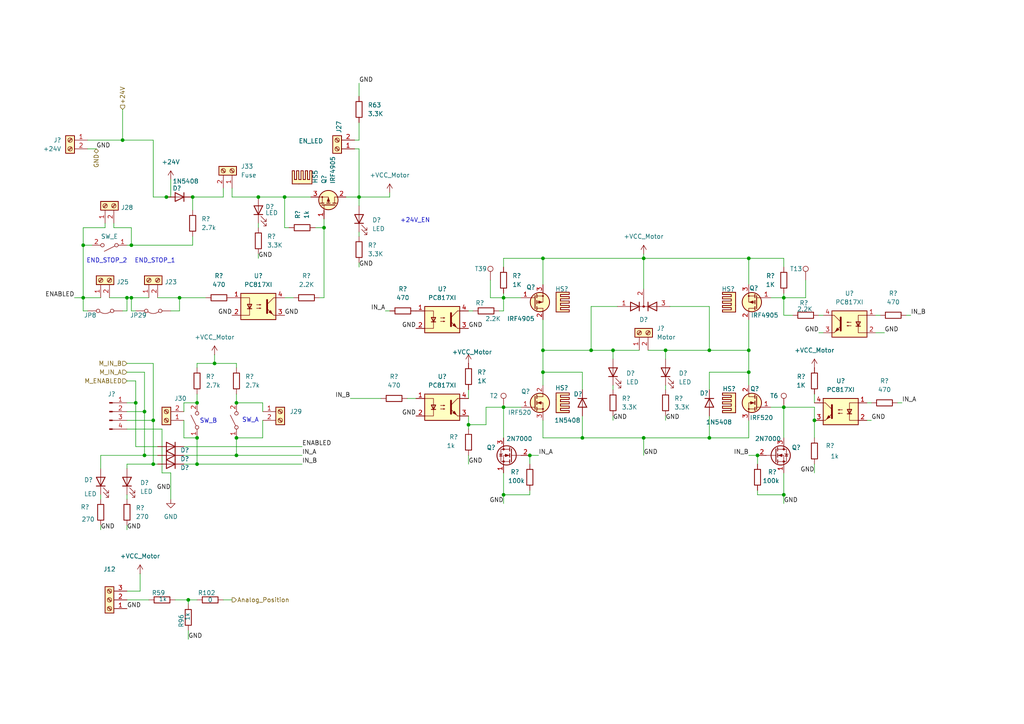
<source format=kicad_sch>
(kicad_sch (version 20231120) (generator "eeschema") (generator_version "8.0")
  (paper "A4")
  (title_block (date "2024-04-17") (rev "1.0"))
  (lib_symbols
    (symbol "+24V_1" (power) (pin_numbers hide) (pin_names (offset 0) hide)
      (property "Value" "+24V" (at 0 3.556 0))
      (symbol "+24V_1_1_1"
        (pin power_in line (at 0 0 90) (length 0) (name "~") (number "1"))
      )
    )
    (symbol "Connector:Conn_01x04_Pin" (pin_names (offset 1.016) hide)
      (property "Reference" "J" (at 0 5.08 0))
      (property "Value" "Conn_01x04_Pin" (at 0 -7.62 0))
      (symbol "Conn_01x04_Pin_1_1"
        (pin passive line (at 5.08 2.54 180) (length 3.81) (name "Pin_1") (number "1"))
        (pin passive line (at 5.08 0 180) (length 3.81) (name "Pin_2") (number "2"))
        (pin passive line (at 5.08 -2.54 180) (length 3.81) (name "Pin_3") (number "3"))
        (pin passive line (at 5.08 -5.08 180) (length 3.81) (name "Pin_4") (number "4"))
      )
    )
    (symbol "Connector:Screw_Terminal_01x02" (pin_names (offset 1.016) hide)
      (property "Reference" "J" (at 0 2.54 0))
      (property "Value" "Screw_Terminal_01x02" (at 0 -5.08 0))
      (symbol "Screw_Terminal_01x02_1_1"
        (pin passive line (at -5.08 0 0) (length 3.81) (name "Pin_1") (number "1"))
        (pin passive line (at -5.08 -2.54 0) (length 3.81) (name "Pin_2") (number "2"))
      )
    )
    (symbol "Connector:Screw_Terminal_01x03" (pin_names (offset 1.016) hide)
      (property "Reference" "J" (at 0 5.08 0))
      (property "Value" "Screw_Terminal_01x03" (at 0 -5.08 0))
      (symbol "Screw_Terminal_01x03_1_1"
        (pin passive line (at -5.08 2.54 0) (length 3.81) (name "Pin_1") (number "1"))
        (pin passive line (at -5.08 0 0) (length 3.81) (name "Pin_2") (number "2"))
        (pin passive line (at -5.08 -2.54 0) (length 3.81) (name "Pin_3") (number "3"))
      )
    )
    (symbol "Connector:TestPoint" (pin_numbers hide) (pin_names (offset 0.762) hide)
      (property "Reference" "TP" (at 0 6.858 0))
      (property "Value" "TestPoint" (at 0 5.08 0))
      (symbol "TestPoint_1_1"
        (pin passive line (at 0 0 90) (length 2.54) (name "1") (number "1"))
      )
    )
    (symbol "Device:D_Dual_CommonCathode_AAK" (pin_names (offset 0.762) hide)
      (property "Reference" "D3" (at 0 3.81 0))
      (symbol "D_Dual_CommonCathode_AAK_0_1"
        (pin passive line (at -7.62 0 0) (length 3.81) (name "A") (number "1"))
      )
      (symbol "D_Dual_CommonCathode_AAK_1_1"
        (pin passive line (at 0 -5.08 90) (length 2.54) (name "K") (number "2"))
        (pin passive line (at 7.62 0 180) (length 3.81) (name "A") (number "3"))
      )
    )
    (symbol "Device:LED" (pin_numbers hide) (pin_names (offset 1.016) hide)
      (property "Reference" "D" (at 0 2.54 0))
      (property "Value" "LED" (at 0 -2.54 0))
      (symbol "LED_1_1"
        (pin passive line (at -3.81 0 0) (length 2.54) (name "K") (number "1"))
        (pin passive line (at 3.81 0 180) (length 2.54) (name "A") (number "2"))
      )
    )
    (symbol "Diode:1N4148" (pin_numbers hide) (pin_names hide)
      (property "Reference" "D" (at 0 2.54 0))
      (property "Value" "1N4148" (at 0 -2.54 0))
      (symbol "1N4148_1_1"
        (pin passive line (at -3.81 0 0) (length 2.54) (name "K") (number "1"))
        (pin passive line (at 3.81 0 180) (length 2.54) (name "A") (number "2"))
      )
    )
    (symbol "Diode:1N5406" (pin_numbers hide) (pin_names hide)
      (property "Reference" "D" (at 0 2.54 0))
      (property "Value" "1N5406" (at 0 -2.54 0))
      (symbol "1N5406_1_1"
        (pin passive line (at -3.81 0 0) (length 2.54) (name "K") (number "1"))
        (pin passive line (at 3.81 0 180) (length 2.54) (name "A") (number "2"))
      )
    )
    (symbol "Isolator:PC817" (pin_names (offset 1.016))
      (property "Reference" "U" (at -5.08 5.08 0))
      (property "Value" "PC817" (at 0 5.08 0))
      (symbol "PC817_1_1"
        (pin passive line (at -7.62 2.54 0) (length 2.54) (name "~") (number "1"))
        (pin passive line (at -7.62 -2.54 0) (length 2.54) (name "~") (number "2"))
        (pin passive line (at 7.62 -2.54 180) (length 2.54) (name "~") (number "3"))
        (pin passive line (at 7.62 2.54 180) (length 2.54) (name "~") (number "4"))
      )
    )
    (symbol "Jumper:Jumper_2_Bridged" (pin_numbers hide) (pin_names (offset 0) hide) (exclude_from_sim yes)
      (property "Reference" "JP" (at 0 1.905 0))
      (property "Value" "Jumper_2_Bridged" (at 0 -2.54 0))
      (symbol "Jumper_2_Bridged_1_1"
        (pin passive line (at -5.08 0 0) (length 2.54) (name "A") (number "1"))
        (pin passive line (at 5.08 0 180) (length 2.54) (name "B") (number "2"))
      )
    )
    (symbol "Mechanical:Heatsink" (pin_names (offset 1.016))
      (property "Reference" "HS" (at 0 5.08 0))
      (property "Value" "Heatsink" (at 0 -1.27 0))
    )
    (symbol "PCM_SL_Devices:Resistor_0.5W"
      (property "Reference" "R" (at 0 5.08 0))
      (property "Value" "Resistor_0.5W" (at 0 2.54 0))
      (symbol "Resistor_0.5W_1_1"
        (pin passive line (at -3.81 0 0) (length 1.5) (name "") (number "1"))
        (pin passive line (at 3.81 0 180) (length 1.5) (name "~") (number "2"))
      )
    )
    (symbol "PCM_Transistor_MOSFET_AKL:IRF4905" (pin_names hide)
      (property "Reference" "Q" (at 5.08 1.27 0))
      (property "Value" "IRF4905" (at 5.08 -1.27 0))
      (symbol "IRF4905_1_1"
        (pin input line (at -3.81 1.27 0) (length 2.54) (name "G") (number "1"))
        (pin passive line (at 2.54 -5.08 90) (length 2.54) (name "D") (number "2"))
        (pin passive line (at 2.54 5.08 270) (length 2.54) (name "S") (number "3"))
      )
    )
    (symbol "PCM_Transistor_MOSFET_AKL:IRF520" (pin_names hide)
      (property "Reference" "Q" (at 5.08 1.27 0))
      (property "Value" "IRF520" (at 5.08 -1.27 0))
      (symbol "IRF520_1_1"
        (pin input line (at -3.81 -1.27 0) (length 2.54) (name "G") (number "1"))
        (pin passive line (at 2.54 5.08 270) (length 2.54) (name "D") (number "2"))
        (pin passive line (at 2.54 -5.08 90) (length 2.54) (name "S") (number "3"))
      )
    )
    (symbol "Switch:SW_DPST_x2" (pin_names (offset 0) hide)
      (property "Reference" "SW" (at 0 3.175 0))
      (property "Value" "SW_DPST_x2" (at 0 -2.54 0))
      (symbol "SW_DPST_x2_1_1"
        (pin passive line (at -5.08 0 0) (length 2.54) (name "A") (number "1"))
        (pin passive line (at 5.08 0 180) (length 2.54) (name "B") (number "2"))
      )
      (symbol "SW_DPST_x2_2_1"
        (pin passive line (at -5.08 0 0) (length 2.54) (name "A") (number "3"))
        (pin passive line (at 5.08 0 180) (length 2.54) (name "B") (number "4"))
      )
    )
    (symbol "Transistor_FET:2N7000" (pin_names hide)
      (property "Reference" "Q" (at 5.08 1.905 0))
      (property "Value" "2N7000" (at 5.08 0 0))
      (symbol "2N7000_1_1"
        (pin passive line (at 2.54 -5.08 90) (length 2.54) (name "S") (number "1"))
        (pin input line (at -5.08 0 0) (length 2.54) (name "G") (number "2"))
        (pin passive line (at 2.54 5.08 270) (length 2.54) (name "D") (number "3"))
      )
    )
    (symbol "power:+24V" (power) (pin_names (offset 0))
      (property "Value" "+24V" (at 0 3.556 0))
      (symbol "+24V_1_1"
        (pin power_in line (at 0 0 90) (length 0) hide (name "+24V") (number "1"))
      )
    )
    (symbol "power:GND" (power) (pin_numbers hide) (pin_names (offset 0) hide)
      (property "Value" "GND" (at 0 -3.81 0))
      (symbol "GND_1_1"
        (pin power_in line (at 0 0 270) (length 0) (name "~") (number "1"))
      )
    )
  )
  (junction (at 57.15 127))
  (junction (at 52.07 86.36))
  (junction (at 57.15 116.84))
  (junction (at 146.05 86.36))
  (junction (at 193.04 101.6))
  (junction (at 227.33 118.11))
  (junction (at 186.69 74.93))
  (junction (at 41.91 119.38))
  (junction (at 171.45 101.6))
  (junction (at 153.67 132.08))
  (junction (at 24.13 71.12))
  (junction (at 227.33 86.36))
  (junction (at 57.15 134.62))
  (junction (at 177.8 101.6))
  (junction (at 24.13 86.36))
  (junction (at 38.1 86.36))
  (junction (at 39.37 116.84))
  (junction (at 54.61 173.99))
  (junction (at 41.91 132.08))
  (junction (at 227.33 143.51))
  (junction (at 68.58 127))
  (junction (at 205.74 127))
  (junction (at 55.88 57.15))
  (junction (at 104.14 57.15))
  (junction (at 168.91 127))
  (junction (at 35.56 40.64))
  (junction (at 205.74 101.6))
  (junction (at 68.58 116.84))
  (junction (at 93.98 66.04))
  (junction (at 38.1 71.12))
  (junction (at 36.83 86.36))
  (junction (at 217.17 74.93))
  (junction (at 157.48 101.6))
  (junction (at 44.45 121.92))
  (junction (at 44.45 134.62))
  (junction (at 146.05 118.11))
  (junction (at 186.69 127))
  (junction (at 82.55 57.15))
  (junction (at 236.22 121.92))
  (junction (at 217.17 101.6))
  (junction (at 146.05 143.51))
  (junction (at 217.17 107.95))
  (junction (at 68.58 132.08))
  (junction (at 48.26 57.15))
  (junction (at 74.93 57.15))
  (junction (at 135.89 123.19))
  (junction (at 157.48 74.93))
  (junction (at 62.23 105.41))
  (junction (at 157.48 107.95))
  (junction (at 219.71 132.08))
  (wire (pts (xy 223.52 118.11) (xy 227.33 118.11)))
  (wire (pts (xy 50.8 173.99) (xy 54.61 173.99)))
  (wire (pts (xy 49.53 52.07) (xy 49.53 57.15)))
  (wire (pts (xy 36.83 90.17) (xy 36.83 86.36)))
  (wire (pts (xy 53.34 129.54) (xy 87.63 129.54)))
  (wire (pts (xy 104.14 57.15) (xy 104.14 59.69)))
  (wire (pts (xy 36.83 134.62) (xy 44.45 134.62)))
  (wire (pts (xy 44.45 105.41) (xy 44.45 121.92)))
  (wire (pts (xy 57.15 105.41) (xy 62.23 105.41)))
  (wire (pts (xy 142.24 86.36) (xy 146.05 86.36)))
  (wire (pts (xy 68.58 116.84) (xy 76.2 116.84)))
  (wire (pts (xy 157.48 92.71) (xy 157.48 101.6)))
  (wire (pts (xy 205.74 88.9) (xy 205.74 101.6)))
  (wire (pts (xy 102.87 43.18) (xy 104.14 43.18)))
  (wire (pts (xy 36.83 152.4) (xy 36.83 153.67)))
  (wire (pts (xy 262.89 91.44) (xy 264.16 91.44)))
  (wire (pts (xy 36.83 110.49) (xy 39.37 110.49)))
  (wire (pts (xy 45.72 86.36) (xy 52.07 86.36)))
  (wire (pts (xy 29.21 132.08) (xy 29.21 135.89)))
  (wire (pts (xy 146.05 118.11) (xy 151.13 118.11)))
  (wire (pts (xy 205.74 127) (xy 205.74 120.65)))
  (wire (pts (xy 157.48 127) (xy 168.91 127)))
  (wire (pts (xy 135.89 113.03) (xy 135.89 115.57)))
  (wire (pts (xy 24.13 86.36) (xy 29.21 86.36)))
  (wire (pts (xy 46.99 137.16) (xy 49.53 137.16)))
  (wire (pts (xy 217.17 92.71) (xy 217.17 101.6)))
  (wire (pts (xy 104.14 24.13) (xy 104.14 27.94)))
  (wire (pts (xy 24.13 71.12) (xy 24.13 86.36)))
  (wire (pts (xy 171.45 101.6) (xy 177.8 101.6)))
  (wire (pts (xy 38.1 86.36) (xy 43.18 86.36)))
  (wire (pts (xy 41.91 107.95) (xy 41.91 119.38)))
  (wire (pts (xy 25.4 43.18) (xy 27.94 43.18)))
  (wire (pts (xy 187.96 101.6) (xy 193.04 101.6)))
  (wire (pts (xy 217.17 107.95) (xy 217.17 111.76)))
  (wire (pts (xy 153.67 132.08) (xy 156.21 132.08)))
  (wire (pts (xy 39.37 110.49) (xy 39.37 116.84)))
  (wire (pts (xy 26.67 71.12) (xy 24.13 71.12)))
  (wire (pts (xy 68.58 105.41) (xy 68.58 106.68)))
  (wire (pts (xy 100.33 57.15) (xy 104.14 57.15)))
  (wire (pts (xy 36.83 86.36) (xy 38.1 86.36)))
  (wire (pts (xy 101.6 115.57) (xy 110.49 115.57)))
  (wire (pts (xy 227.33 85.09) (xy 227.33 86.36)))
  (wire (pts (xy 233.68 81.28) (xy 233.68 86.36)))
  (wire (pts (xy 177.8 101.6) (xy 185.42 101.6)))
  (wire (pts (xy 140.97 123.19) (xy 140.97 118.11)))
  (wire (pts (xy 64.77 54.61) (xy 64.77 57.15)))
  (wire (pts (xy 90.17 57.15) (xy 82.55 57.15)))
  (wire (pts (xy 179.07 88.9) (xy 171.45 88.9)))
  (wire (pts (xy 223.52 86.36) (xy 227.33 86.36)))
  (wire (pts (xy 74.93 57.15) (xy 82.55 57.15)))
  (wire (pts (xy 217.17 74.93) (xy 227.33 74.93)))
  (wire (pts (xy 30.48 66.04) (xy 24.13 66.04)))
  (wire (pts (xy 49.53 137.16) (xy 49.53 144.78)))
  (wire (pts (xy 40.64 166.37) (xy 40.64 171.45)))
  (wire (pts (xy 38.1 86.36) (xy 38.1 90.17)))
  (wire (pts (xy 62.23 102.87) (xy 62.23 105.41)))
  (wire (pts (xy 227.33 137.16) (xy 227.33 143.51)))
  (wire (pts (xy 74.93 64.77) (xy 74.93 66.04)))
  (wire (pts (xy 62.23 105.41) (xy 68.58 105.41)))
  (wire (pts (xy 53.34 127) (xy 57.15 127)))
  (wire (pts (xy 30.48 64.77) (xy 30.48 66.04)))
  (wire (pts (xy 36.83 71.12) (xy 38.1 71.12)))
  (wire (pts (xy 113.03 57.15) (xy 104.14 57.15)))
  (wire (pts (xy 53.34 134.62) (xy 57.15 134.62)))
  (wire (pts (xy 91.44 66.04) (xy 93.98 66.04)))
  (wire (pts (xy 135.89 120.65) (xy 135.89 123.19)))
  (wire (pts (xy 55.88 57.15) (xy 55.88 60.96)))
  (wire (pts (xy 219.71 132.08) (xy 219.71 134.62)))
  (wire (pts (xy 168.91 127) (xy 168.91 120.65)))
  (wire (pts (xy 45.72 132.08) (xy 41.91 132.08)))
  (wire (pts (xy 157.48 101.6) (xy 157.48 107.95)))
  (wire (pts (xy 177.8 120.65) (xy 177.8 121.92)))
  (wire (pts (xy 157.48 107.95) (xy 168.91 107.95)))
  (wire (pts (xy 260.35 116.84) (xy 261.62 116.84)))
  (wire (pts (xy 45.72 129.54) (xy 39.37 129.54)))
  (wire (pts (xy 36.83 105.41) (xy 44.45 105.41)))
  (wire (pts (xy 118.11 115.57) (xy 120.65 115.57)))
  (wire (pts (xy 24.13 66.04) (xy 24.13 71.12)))
  (wire (pts (xy 227.33 143.51) (xy 227.33 146.05)))
  (wire (pts (xy 238.76 91.44) (xy 237.49 91.44)))
  (wire (pts (xy 255.27 91.44) (xy 254 91.44)))
  (wire (pts (xy 135.89 90.17) (xy 137.16 90.17)))
  (wire (pts (xy 205.74 101.6) (xy 217.17 101.6)))
  (wire (pts (xy 254 96.52) (xy 256.54 96.52)))
  (wire (pts (xy 53.34 121.92) (xy 53.34 127)))
  (wire (pts (xy 140.97 118.11) (xy 146.05 118.11)))
  (wire (pts (xy 68.58 114.3) (xy 68.58 116.84)))
  (wire (pts (xy 44.45 40.64) (xy 44.45 57.15)))
  (wire (pts (xy 217.17 107.95) (xy 205.74 107.95)))
  (wire (pts (xy 135.89 123.19) (xy 135.89 124.46)))
  (wire (pts (xy 193.04 101.6) (xy 193.04 104.14)))
  (wire (pts (xy 227.33 74.93) (xy 227.33 77.47)))
  (wire (pts (xy 36.83 116.84) (xy 39.37 116.84)))
  (wire (pts (xy 146.05 137.16) (xy 146.05 143.51)))
  (wire (pts (xy 29.21 153.67) (xy 29.21 152.4)))
  (wire (pts (xy 217.17 127) (xy 205.74 127)))
  (wire (pts (xy 38.1 66.04) (xy 38.1 71.12)))
  (wire (pts (xy 168.91 127) (xy 186.69 127)))
  (wire (pts (xy 82.55 57.15) (xy 82.55 66.04)))
  (wire (pts (xy 219.71 142.24) (xy 219.71 143.51)))
  (wire (pts (xy 146.05 118.11) (xy 146.05 127)))
  (wire (pts (xy 157.48 107.95) (xy 157.48 111.76)))
  (wire (pts (xy 146.05 74.93) (xy 146.05 77.47)))
  (wire (pts (xy 25.4 90.17) (xy 24.13 90.17)))
  (wire (pts (xy 236.22 121.92) (xy 236.22 118.11)))
  (wire (pts (xy 24.13 90.17) (xy 24.13 86.36)))
  (wire (pts (xy 55.88 71.12) (xy 55.88 68.58)))
  (wire (pts (xy 157.48 74.93) (xy 157.48 82.55)))
  (wire (pts (xy 227.33 86.36) (xy 227.33 91.44)))
  (wire (pts (xy 57.15 127) (xy 57.15 134.62)))
  (wire (pts (xy 67.31 57.15) (xy 74.93 57.15)))
  (wire (pts (xy 113.03 55.88) (xy 113.03 57.15)))
  (wire (pts (xy 146.05 143.51) (xy 146.05 146.05)))
  (wire (pts (xy 35.56 31.75) (xy 35.56 40.64)))
  (wire (pts (xy 177.8 101.6) (xy 177.8 104.14)))
  (wire (pts (xy 41.91 119.38) (xy 41.91 132.08)))
  (wire (pts (xy 45.72 134.62) (xy 44.45 134.62)))
  (wire (pts (xy 25.4 40.64) (xy 35.56 40.64)))
  (wire (pts (xy 29.21 132.08) (xy 41.91 132.08)))
  (wire (pts (xy 44.45 121.92) (xy 44.45 134.62)))
  (wire (pts (xy 92.71 86.36) (xy 93.98 86.36)))
  (wire (pts (xy 68.58 127) (xy 76.2 127)))
  (wire (pts (xy 227.33 118.11) (xy 236.22 118.11)))
  (wire (pts (xy 186.69 74.93) (xy 217.17 74.93)))
  (wire (pts (xy 171.45 88.9) (xy 171.45 101.6)))
  (wire (pts (xy 52.07 86.36) (xy 52.07 90.17)))
  (wire (pts (xy 67.31 54.61) (xy 67.31 57.15)))
  (wire (pts (xy 33.02 66.04) (xy 38.1 66.04)))
  (wire (pts (xy 193.04 111.76) (xy 193.04 113.03)))
  (wire (pts (xy 49.53 90.17) (xy 52.07 90.17)))
  (wire (pts (xy 146.05 74.93) (xy 157.48 74.93)))
  (wire (pts (xy 177.8 111.76) (xy 177.8 113.03)))
  (wire (pts (xy 157.48 101.6) (xy 171.45 101.6)))
  (wire (pts (xy 236.22 134.62) (xy 236.22 137.16)))
  (wire (pts (xy 44.45 57.15) (xy 48.26 57.15)))
  (wire (pts (xy 52.07 86.36) (xy 59.69 86.36)))
  (wire (pts (xy 57.15 134.62) (xy 87.63 134.62)))
  (wire (pts (xy 54.61 173.99) (xy 54.61 175.26)))
  (wire (pts (xy 194.31 88.9) (xy 205.74 88.9)))
  (wire (pts (xy 36.83 124.46) (xy 46.99 124.46)))
  (wire (pts (xy 135.89 123.19) (xy 140.97 123.19)))
  (wire (pts (xy 193.04 120.65) (xy 193.04 121.92)))
  (wire (pts (xy 39.37 90.17) (xy 38.1 90.17)))
  (wire (pts (xy 135.89 132.08) (xy 135.89 134.62)))
  (wire (pts (xy 237.49 96.52) (xy 238.76 96.52)))
  (wire (pts (xy 31.75 86.36) (xy 36.83 86.36)))
  (wire (pts (xy 227.33 118.11) (xy 227.33 127)))
  (wire (pts (xy 186.69 127) (xy 205.74 127)))
  (wire (pts (xy 157.48 121.92) (xy 157.48 127)))
  (wire (pts (xy 227.33 143.51) (xy 219.71 143.51)))
  (wire (pts (xy 74.93 73.66) (xy 74.93 74.93)))
  (wire (pts (xy 29.21 143.51) (xy 29.21 144.78)))
  (wire (pts (xy 35.56 90.17) (xy 36.83 90.17)))
  (wire (pts (xy 153.67 132.08) (xy 153.67 134.62)))
  (wire (pts (xy 146.05 85.09) (xy 146.05 86.36)))
  (wire (pts (xy 104.14 67.31) (xy 104.14 68.58)))
  (wire (pts (xy 93.98 66.04) (xy 93.98 86.36)))
  (wire (pts (xy 111.76 90.17) (xy 113.03 90.17)))
  (wire (pts (xy 49.53 57.15) (xy 48.26 57.15)))
  (wire (pts (xy 54.61 182.88) (xy 54.61 185.42)))
  (wire (pts (xy 153.67 142.24) (xy 153.67 143.51)))
  (wire (pts (xy 39.37 116.84) (xy 39.37 129.54)))
  (wire (pts (xy 36.83 121.92) (xy 44.45 121.92)))
  (wire (pts (xy 53.34 119.38) (xy 53.34 116.84)))
  (wire (pts (xy 233.68 86.36) (xy 227.33 86.36)))
  (wire (pts (xy 193.04 101.6) (xy 205.74 101.6)))
  (wire (pts (xy 146.05 86.36) (xy 151.13 86.36)))
  (wire (pts (xy 35.56 40.64) (xy 44.45 40.64)))
  (wire (pts (xy 251.46 116.84) (xy 252.73 116.84)))
  (wire (pts (xy 76.2 119.38) (xy 76.2 116.84)))
  (wire (pts (xy 55.88 57.15) (xy 64.77 57.15)))
  (wire (pts (xy 36.83 135.89) (xy 36.83 134.62)))
  (wire (pts (xy 104.14 40.64) (xy 102.87 40.64)))
  (wire (pts (xy 53.34 116.84) (xy 57.15 116.84)))
  (wire (pts (xy 93.98 66.04) (xy 93.98 63.5)))
  (wire (pts (xy 217.17 74.93) (xy 217.17 82.55)))
  (wire (pts (xy 68.58 132.08) (xy 87.63 132.08)))
  (wire (pts (xy 40.64 171.45) (xy 36.83 171.45)))
  (wire (pts (xy 68.58 127) (xy 68.58 132.08)))
  (wire (pts (xy 36.83 119.38) (xy 41.91 119.38)))
  (wire (pts (xy 82.55 86.36) (xy 85.09 86.36)))
  (wire (pts (xy 36.83 143.51) (xy 36.83 144.78)))
  (wire (pts (xy 217.17 101.6) (xy 217.17 107.95)))
  (wire (pts (xy 21.59 86.36) (xy 24.13 86.36)))
  (wire (pts (xy 186.69 127) (xy 186.69 132.08)))
  (wire (pts (xy 251.46 121.92) (xy 252.73 121.92)))
  (wire (pts (xy 217.17 121.92) (xy 217.17 127)))
  (wire (pts (xy 104.14 76.2) (xy 104.14 77.47)))
  (wire (pts (xy 46.99 124.46) (xy 46.99 137.16)))
  (wire (pts (xy 36.83 107.95) (xy 41.91 107.95)))
  (wire (pts (xy 142.24 81.28) (xy 142.24 86.36)))
  (wire (pts (xy 186.69 73.66) (xy 186.69 74.93)))
  (wire (pts (xy 36.83 173.99) (xy 43.18 173.99)))
  (wire (pts (xy 144.78 90.17) (xy 146.05 90.17)))
  (wire (pts (xy 53.34 132.08) (xy 68.58 132.08)))
  (wire (pts (xy 219.71 132.08) (xy 217.17 132.08)))
  (wire (pts (xy 146.05 143.51) (xy 153.67 143.51)))
  (wire (pts (xy 104.14 43.18) (xy 104.14 57.15)))
  (wire (pts (xy 205.74 107.95) (xy 205.74 113.03)))
  (wire (pts (xy 157.48 74.93) (xy 186.69 74.93)))
  (wire (pts (xy 33.02 64.77) (xy 33.02 66.04)))
  (wire (pts (xy 57.15 116.84) (xy 57.15 114.3)))
  (wire (pts (xy 64.77 173.99) (xy 67.31 173.99)))
  (wire (pts (xy 236.22 114.3) (xy 236.22 116.84)))
  (wire (pts (xy 54.61 173.99) (xy 57.15 173.99)))
  (wire (pts (xy 146.05 86.36) (xy 146.05 90.17)))
  (wire (pts (xy 82.55 66.04) (xy 83.82 66.04)))
  (wire (pts (xy 57.15 106.68) (xy 57.15 105.41)))
  (wire (pts (xy 76.2 121.92) (xy 76.2 127)))
  (wire (pts (xy 186.69 74.93) (xy 186.69 83.82)))
  (wire (pts (xy 168.91 107.95) (xy 168.91 113.03)))
  (wire (pts (xy 104.14 35.56) (xy 104.14 40.64)))
  (wire (pts (xy 38.1 71.12) (xy 55.88 71.12)))
  (wire (pts (xy 236.22 121.92) (xy 236.22 127)))
  (wire (pts (xy 227.33 91.44) (xy 229.87 91.44)))
  (text "END_STOP_1" (at 44.958 75.692 0) (effects (font (size 1.27 1.27))))
  (text "END_STOP_2" (at 30.988 75.692 0) (effects (font (size 1.27 1.27))))
  (text "SW_B" (at 60.452 122.174 0) (effects (font (size 1.27 1.27))))
  (text "SW_A" (at 72.644 121.92 0) (effects (font (size 1.27 1.27))))
  (text "+24V_EN" (at 120.396 64.008 0) (effects (font (size 1.27 1.27))))
  (label "GND" (at 104.14 24.13 0))
  (label "GND" (at 256.54 96.52 0))
  (label "GND" (at 49.53 142.24 180))
  (label "GND" (at 227.33 146.05 0))
  (label "GND" (at 104.14 77.47 0))
  (label "GND" (at 54.61 185.42 0))
  (label "IN_A" (at 111.76 90.17 180))
  (label "GND" (at 120.65 95.25 180))
  (label "IN_A" (at 261.62 116.84 0))
  (label "GND" (at 120.65 120.65 180))
  (label "GND" (at 135.89 134.62 0))
  (label "GND" (at 67.31 91.44 180))
  (label "IN_A" (at 156.21 132.08 0))
  (label "GND" (at 146.05 146.05 180))
  (label "GND" (at 36.83 153.67 0))
  (label "IN_B" (at 264.16 91.44 0))
  (label "GND" (at 252.73 121.92 0))
  (label "IN_A" (at 87.63 132.08 0))
  (label "GND" (at 27.94 43.18 0))
  (label "ENABLED" (at 21.59 86.36 180))
  (label "GND" (at 29.21 153.67 0))
  (label "IN_B" (at 87.63 134.62 0))
  (label "IN_B" (at 217.17 132.08 180))
  (label "GND" (at 135.89 95.25 0))
  (label "GND" (at 236.22 137.16 180))
  (label "GND" (at 193.04 121.92 0))
  (label "GND" (at 82.55 91.44 0))
  (label "GND" (at 186.69 132.08 0))
  (label "GND" (at 177.8 121.92 0))
  (label "IN_B" (at 101.6 115.57 180))
  (label "ENABLED" (at 87.63 129.54 0))
  (label "GND" (at 237.49 96.52 180))
  (label "GND" (at 36.83 176.53 0))
  (label "GND" (at 74.93 74.93 0))
  (hierarchical_label "M_IN_B" (shape input) (at 36.83 105.41 180))
  (hierarchical_label "GND" (shape bidirectional) (at 27.94 43.18 270))
  (hierarchical_label "Analog_Position" (shape output) (at 67.31 173.99 0))
  (hierarchical_label "+24V" (shape input) (at 35.56 31.75 90))
  (hierarchical_label "M_ENABLED" (shape input) (at 36.83 110.49 180))
  (hierarchical_label "M_IN_A" (shape input) (at 36.83 107.95 180))
  (symbol (lib_id "PCM_SL_Devices:Resistor_0.5W") (at 114.3 115.57 0) (unit 1)
    (property "Reference" "R?" (at 114.3 109.22 0))
    (property "Value" "470" (at 114.3 111.76 0))
    (property "Footprint" "Resistor_SMD:R_0603_1608Metric" (effects (hide yes)))
  )
  (symbol (lib_id "PCM_SL_Devices:Resistor_0.5W") (at 177.8 116.84 270) (unit 1)
    (property "Reference" "R?" (at 180.34 115.57 90) (effects (justify left)))
    (property "Value" "3.3K" (at 180.34 118.11 90) (effects (justify left)))
    (property "Footprint" "Resistor_SMD:R_0603_1608Metric" (effects (hide yes)))
  )
  (symbol (lib_id "PCM_SL_Devices:Resistor_0.5W") (at 236.22 110.49 90) (mirror x) (unit 1)
    (property "Reference" "R?" (at 233.68 109.22 90) (effects (justify left)))
    (property "Value" "1K" (at 233.68 111.76 90) (effects (justify left)))
    (property "Footprint" "Resistor_SMD:R_0603_1608Metric" (effects (hide yes)))
  )
  (symbol (lib_id "Transistor_FET:2N7000") (at 148.59 132.08 0) (mirror y) (unit 1)
    (property "Reference" "Q?" (at 143.764 129.794 0) (effects (justify left)))
    (property "Value" "2N7000" (at 154.432 127.254 0) (effects (justify left)))
    (property "Footprint" "Package_TO_SOT_SMD:SOT-23-3" (effects (hide yes)))
    (property "Datasheet" "https://www.vishay.com/docs/70226/70226.pdf" (effects (hide yes)))
    (property "Description" "0.2A Id, 200V Vds, N-Channel MOSFET, 2.6V Logic Level, TO-92" (effects (hide yes)))
  )
  (symbol (lib_id "Transistor_FET:2N7000") (at 224.79 132.08 0) (unit 1)
    (property "Reference" "Q?" (at 229.616 129.794 0) (effects (justify left)))
    (property "Value" "2N7000" (at 218.948 127.254 0) (effects (justify left)))
    (property "Footprint" "Package_TO_SOT_SMD:SOT-23-3" (effects (hide yes)))
    (property "Datasheet" "https://www.vishay.com/docs/70226/70226.pdf" (effects (hide yes)))
    (property "Description" "0.2A Id, 200V Vds, N-Channel MOSFET, 2.6V Logic Level, TO-92" (effects (hide yes)))
  )
  (symbol (lib_id "Mechanical:Heatsink") (at 161.29 116.84 270) (unit 1)
    (property "Reference" "HS?" (at 161.036 112.522 90) (effects (justify left)))
    (property "Value" "Heatsink" (effects (hide yes)))
    (property "Footprint" "HeatSink:HeastSink_MOSFET_15mm_10mm_20mm" (effects (hide yes)))
    (property "Description" "Heatsink" (effects (hide yes)))
  )
  (symbol (lib_id "PCM_SL_Devices:Resistor_0.5W") (at 233.68 91.44 0) (mirror y) (unit 1)
    (property "Reference" "R?" (at 233.172 87.884 0))
    (property "Value" "2.2K" (at 233.426 89.662 0))
    (property "Footprint" "Resistor_SMD:R_0603_1608Metric" (effects (hide yes)))
  )
  (symbol (lib_id "PCM_SL_Devices:Resistor_0.5W") (at 63.5 86.36 0) (unit 1)
    (property "Reference" "R?" (at 63.5 80.01 0))
    (property "Value" "470" (at 63.5 82.55 0))
    (property "Footprint" "Resistor_SMD:R_0603_1608Metric" (effects (hide yes)))
  )
  (symbol (lib_id "Device:LED") (at 193.04 107.95 90) (unit 1)
    (property "Reference" "D?" (at 196.85 108.2674 90) (effects (justify right)))
    (property "Value" "LED" (at 196.85 110.8074 90) (effects (justify right)))
    (property "Footprint" "LED_SMD:LED_0603_1608Metric" (effects (hide yes)))
  )
  (symbol (lib_id "PCM_SL_Devices:Resistor_0.5W") (at 116.84 90.17 0) (unit 1)
    (property "Reference" "R?" (at 116.84 83.82 0))
    (property "Value" "470" (at 116.84 86.36 0))
    (property "Footprint" "Resistor_SMD:R_0603_1608Metric" (effects (hide yes)))
  )
  (symbol (lib_id "Isolator:PC817") (at 128.27 92.71 0) (unit 1)
    (property "Reference" "U?" (at 128.27 83.82 0))
    (property "Value" "PC817XI" (at 128.27 86.36 0))
    (property "Footprint" "Package_SO:SOP-4_4.4x2.6mm_P1.27mm" (effects (hide yes)))
    (property "Datasheet" "http://www.soselectronic.cz/a_info/resource/d/pc817.pdf" (effects (hide yes)))
  )
  (symbol (lib_id "Switch:SW_DPST_x2") (at 31.75 71.12 180) (unit 1)
    (property "Reference" "SW?" (effects (hide yes)))
    (property "Value" "SW_E" (at 31.75 68.58 0))
    (property "Footprint" "Button_Switch_SMD:SW_Push_1P1T_NO_CK_KSC7xxJ" (effects (hide yes)))
    (property "Description" "Single Pole Single Throw (SPST) switch, separate symbol" (effects (hide yes)))
  )
  (symbol (lib_id "Connector:Screw_Terminal_01x02") (at 29.21 81.28 90) (unit 1)
    (property "Reference" "J25" (at 33.782 81.788 90) (effects (justify right)))
    (property "Value" "KF128-2.54_2P" (effects (hide yes)))
    (property "Footprint" "TerminalBlock_Phoenix:TerminalBlock_Phoenix_MPT-0,5-2-2.54_1x02_P2.54mm_Horizontal" (effects (hide yes)))
    (property "Description" "Generic screw terminal, single row, 01x02, script generated (kicad-library-utils/schlib/autogen/connector/)" (effects (hide yes)))
  )
  (symbol (lib_id "PCM_SL_Devices:Resistor_0.5W") (at 140.97 90.17 0) (unit 1)
    (property "Reference" "R?" (at 139.192 87.884 0))
    (property "Value" "2.2K" (at 143.002 92.456 0))
    (property "Footprint" "Resistor_SMD:R_0603_1608Metric" (effects (hide yes)))
  )
  (symbol (lib_id "PCM_SL_Devices:Resistor_0.5W") (at 219.71 138.43 90) (mirror x) (unit 1)
    (property "Reference" "R?" (at 225.298 136.906 90) (effects (justify left)))
    (property "Value" "100k" (at 226.06 139.446 90) (effects (justify left)))
    (property "Footprint" "Resistor_SMD:R_0603_1608Metric" (effects (hide yes)))
  )
  (symbol (lib_id "Mechanical:Heatsink") (at 213.36 116.84 90) (unit 1)
    (property "Reference" "HS?" (at 209.55 112.776 90) (effects (justify right)))
    (property "Value" "Heatsink" (effects (hide yes)))
    (property "Footprint" "HeatSink:HeastSink_MOSFET_15mm_10mm_20mm" (effects (hide yes)))
    (property "Description" "Heatsink" (effects (hide yes)))
  )
  (symbol (lib_id "PCM_SL_Devices:Resistor_0.5W") (at 54.61 179.07 90) (unit 1)
    (property "Reference" "R96" (at 52.578 180.086 0))
    (property "Value" "1k" (at 54.356 178.816 0))
    (property "Footprint" "Resistor_SMD:R_0603_1608Metric" (effects (hide yes)))
  )
  (symbol (lib_id "PCM_SL_Devices:Resistor_0.5W") (at 74.93 69.85 270) (unit 1)
    (property "Reference" "R?" (at 77.47 68.58 90) (effects (justify left)))
    (property "Value" "3.3K" (at 77.47 71.12 90) (effects (justify left)))
    (property "Footprint" "Resistor_SMD:R_0603_1608Metric" (effects (hide yes)))
  )
  (symbol (lib_id "Mechanical:Heatsink") (at 161.29 87.63 270) (unit 1)
    (property "Reference" "HS?" (at 161.036 83.82 90) (effects (justify left)))
    (property "Value" "Heatsink" (effects (hide yes)))
    (property "Footprint" "HeatSink:HeastSink_MOSFET_15mm_10mm_20mm" (effects (hide yes)))
    (property "Description" "Heatsink" (effects (hide yes)))
  )
  (symbol (lib_id "PCM_SL_Devices:Resistor_0.5W") (at 153.67 138.43 270) (unit 1)
    (property "Reference" "R?" (at 148.082 136.906 90) (effects (justify left)))
    (property "Value" "100k" (at 147.32 139.446 90) (effects (justify left)))
    (property "Footprint" "Resistor_SMD:R_0603_1608Metric" (effects (hide yes)))
  )
  (symbol (lib_id "PCM_SL_Devices:Resistor_0.5W") (at 60.96 173.99 0) (unit 1)
    (property "Reference" "R102" (at 59.944 171.958 0))
    (property "Value" "0" (at 60.96 173.99 0))
    (property "Footprint" "Resistor_SMD:R_0603_1608Metric" (effects (hide yes)))
  )
  (symbol (lib_name "+24V_1") (lib_id "power:+24V") (at 236.22 106.68 0) (mirror y) (unit 1)
    (property "Reference" "#PWR?" (effects (hide yes)))
    (property "Value" "+VCC_Motor" (at 236.22 101.6 0))
    (property "Description" "Power symbol creates a global label with name \"+24V\"" (effects (hide yes)))
  )
  (symbol (lib_id "Isolator:PC817") (at 128.27 118.11 0) (unit 1)
    (property "Reference" "U?" (at 128.27 109.22 0))
    (property "Value" "PC817XI" (at 128.27 111.76 0))
    (property "Footprint" "Package_SO:SOP-4_4.4x2.6mm_P1.27mm" (effects (hide yes)))
    (property "Datasheet" "http://www.soselectronic.cz/a_info/resource/d/pc817.pdf" (effects (hide yes)))
  )
  (symbol (lib_id "PCM_SL_Devices:Resistor_0.5W") (at 256.54 116.84 0) (mirror x) (unit 1)
    (property "Reference" "R?" (at 256.54 110.49 0))
    (property "Value" "470" (at 256.54 113.03 0))
    (property "Footprint" "Resistor_SMD:R_0603_1608Metric" (effects (hide yes)))
  )
  (symbol (lib_id "Connector:Conn_01x04_Pin") (at 31.75 119.38 0) (unit 1)
    (property "Reference" "J?" (at 32.385 114.3 0))
    (property "Value" "PinHeader_Control" (effects (hide yes)))
    (property "Footprint" "Connector_PinHeader_2.54mm:PinHeader_1x04_P2.54mm_Vertical" (effects (hide yes)))
    (property "Description" "Generic connector, single row, 01x04, script generated" (effects (hide yes)))
  )
  (symbol (lib_name "+24V_1") (lib_id "power:+24V") (at 186.69 73.66 0) (unit 1)
    (property "Reference" "#PWR?" (effects (hide yes)))
    (property "Value" "+VCC_Motor" (at 186.69 68.58 0))
    (property "Description" "Power symbol creates a global label with name \"+24V\"" (effects (hide yes)))
  )
  (symbol (lib_name "+24V_1") (lib_id "power:+24V") (at 62.23 102.87 0) (unit 1)
    (property "Reference" "#PWR?" (effects (hide yes)))
    (property "Value" "+VCC_Motor" (at 62.23 97.79 0))
    (property "Description" "Power symbol creates a global label with name \"+24V\"" (effects (hide yes)))
  )
  (symbol (lib_id "PCM_Transistor_MOSFET_AKL:IRF4905") (at 95.25 59.69 90) (unit 1)
    (property "Reference" "Q?" (at 93.98 53.34 0) (effects (justify left)))
    (property "Value" "IRF4905" (at 96.52 53.34 0) (effects (justify left)))
    (property "Footprint" "Package_TO_SOT_THT:TO-220-3_Vertical" (effects (hide yes)))
    (property "Datasheet" "https://www.tme.eu/Document/6b5423f4bc207bf599b8e5a57c2f701a/irf4905.pdf" (effects (hide yes)))
  )
  (symbol (lib_id "PCM_SL_Devices:Resistor_0.5W") (at 55.88 64.77 270) (unit 1)
    (property "Reference" "R?" (at 58.42 63.5 90) (effects (justify left)))
    (property "Value" "2.7k" (at 58.42 66.04 90) (effects (justify left)))
    (property "Footprint" "Resistor_SMD:R_0603_1608Metric" (effects (hide yes)))
  )
  (symbol (lib_id "Connector:Screw_Terminal_01x02") (at 185.42 96.52 90) (unit 1)
    (property "Reference" "J?" (at 190.5 95.2499 90) (effects (justify right)))
    (property "Value" "Motor" (at 190.5 97.7899 90) (effects (justify right)))
    (property "Footprint" "Connector_Phoenix_MSTB:PhoenixContact_MSTBA_2,5_2-G-5,08_1x02_P5.08mm_Horizontal" (effects (hide yes)))
  )
  (symbol (lib_id "Diode:1N5406") (at 205.74 116.84 90) (mirror x) (unit 1)
    (property "Reference" "D?" (at 202.946 114.046 90) (effects (justify right)))
    (property "Value" "1N5408" (at 204.724 122.428 90) (effects (justify right)))
    (property "Footprint" "Diode_THT:D_DO-201AD_P15.24mm_Horizontal" (effects (hide yes)))
    (property "Datasheet" "http://www.vishay.com/docs/88516/1n5400.pdf" (effects (hide yes)))
    (property "Sim.Device" "D" (effects (hide yes)))
    (property "Sim.Pins" "1=K 2=A" (effects (hide yes)))
  )
  (symbol (lib_id "PCM_Transistor_MOSFET_AKL:IRF520") (at 154.94 116.84 0) (unit 1)
    (property "Reference" "Q?" (at 151.13 113.538 0) (effects (justify left)))
    (property "Value" "IRF520" (at 147.32 119.634 0) (effects (justify left)))
    (property "Footprint" "Package_TO_SOT_THT:TO-220-3_Vertical" (effects (hide yes)))
    (property "Datasheet" "https://www.tme.eu/Document/f92e3a72a387abb9a14eed6a0b9ccfe0/IRF520PBF.pdf" (effects (hide yes)))
  )
  (symbol (lib_id "PCM_SL_Devices:Resistor_0.5W") (at 135.89 128.27 270) (unit 1)
    (property "Reference" "R?" (at 130.302 126.746 90) (effects (justify left)))
    (property "Value" "1k" (at 129.54 129.286 90) (effects (justify left)))
    (property "Footprint" "Resistor_SMD:R_0603_1608Metric" (effects (hide yes)))
  )
  (symbol (lib_id "Mechanical:Heatsink") (at 87.63 53.34 0) (unit 1)
    (property "Reference" "HS5" (at 91.44 49.276 90) (effects (justify right)))
    (property "Value" "Heatsink" (effects (hide yes)))
    (property "Footprint" "HeatSink:HeastSink_MOSFET_15mm_10mm_20mm" (effects (hide yes)))
    (property "Description" "Heatsink" (effects (hide yes)))
  )
  (symbol (lib_id "PCM_SL_Devices:Resistor_0.5W") (at 227.33 81.28 90) (mirror x) (unit 1)
    (property "Reference" "R?" (at 224.79 80.01 90) (effects (justify left)))
    (property "Value" "1K" (at 224.79 82.55 90) (effects (justify left)))
    (property "Footprint" "Resistor_SMD:R_0603_1608Metric" (effects (hide yes)))
  )
  (symbol (lib_id "PCM_SL_Devices:Resistor_0.5W") (at 193.04 116.84 270) (unit 1)
    (property "Reference" "R?" (at 195.58 115.57 90) (effects (justify left)))
    (property "Value" "3.3K" (at 195.58 118.11 90) (effects (justify left)))
    (property "Footprint" "Resistor_SMD:R_0603_1608Metric" (effects (hide yes)))
  )
  (symbol (lib_name "+24V_1") (lib_id "power:+24V") (at 113.03 55.88 0) (unit 1)
    (property "Reference" "#PWR?" (effects (hide yes)))
    (property "Value" "+VCC_Motor" (at 113.03 50.8 0))
    (property "Description" "Power symbol creates a global label with name \"+24V\"" (effects (hide yes)))
  )
  (symbol (lib_id "PCM_SL_Devices:Resistor_0.5W") (at 236.22 130.81 90) (mirror x) (unit 1)
    (property "Reference" "R?" (at 242.062 129.286 90) (effects (justify left)))
    (property "Value" "1k" (at 243.332 132.334 90) (effects (justify left)))
    (property "Footprint" "Resistor_SMD:R_0603_1608Metric" (effects (hide yes)))
  )
  (symbol (lib_id "PCM_SL_Devices:Resistor_0.5W") (at 87.63 66.04 180) (unit 1)
    (property "Reference" "R?" (at 86.3599 63.5 90) (effects (justify right)))
    (property "Value" "1k" (at 88.8999 63.5 90) (effects (justify right)))
    (property "Footprint" "Resistor_SMD:R_0603_1608Metric" (effects (hide yes)))
  )
  (symbol (lib_id "Diode:1N4148") (at 49.53 134.62 180) (unit 1)
    (property "Reference" "D?" (at 53.594 135.636 0))
    (property "Value" "1N4148" (effects (hide yes)))
    (property "Footprint" "Diode_SMD:D_SOD-323" (effects (hide yes)))
    (property "Datasheet" "https://assets.nexperia.com/documents/data-sheet/1N4148_1N4448.pdf" (effects (hide yes)))
    (property "Description" "100V 0.15A standard switching diode, DO-35" (effects (hide yes)))
    (property "Sim.Device" "D" (effects (hide yes)))
    (property "Sim.Pins" "1=K 2=A" (effects (hide yes)))
  )
  (symbol (lib_id "Diode:1N4148") (at 49.53 129.54 180) (unit 1)
    (property "Reference" "D?" (at 53.594 130.556 0))
    (property "Value" "1N4148" (effects (hide yes)))
    (property "Footprint" "Diode_SMD:D_SOD-323" (effects (hide yes)))
    (property "Datasheet" "https://assets.nexperia.com/documents/data-sheet/1N4148_1N4448.pdf" (effects (hide yes)))
    (property "Description" "100V 0.15A standard switching diode, DO-35" (effects (hide yes)))
    (property "Sim.Device" "D" (effects (hide yes)))
    (property "Sim.Pins" "1=K 2=A" (effects (hide yes)))
  )
  (symbol (lib_id "PCM_SL_Devices:Resistor_0.5W") (at 36.83 148.59 270) (unit 1)
    (property "Reference" "R?" (at 39.37 147.32 90) (effects (justify left)))
    (property "Value" "270" (at 39.37 149.86 90) (effects (justify left)))
    (property "Footprint" "Resistor_SMD:R_0603_1608Metric" (effects (hide yes)))
  )
  (symbol (lib_id "Switch:SW_DPST_x2") (at 57.15 121.92 90) (unit 1)
    (property "Reference" "SW?" (effects (hide yes)))
    (property "Value" "PB_SMD_12V_50MA_6MM_6MM" (effects (hide yes)))
    (property "Footprint" "Button_Switch_SMD:SW_Push_1P1T_NO_CK_KSC7xxJ" (effects (hide yes)))
    (property "Description" "Single Pole Single Throw (SPST) switch, separate symbol" (effects (hide yes)))
  )
  (symbol (lib_id "Isolator:PC817") (at 243.84 119.38 0) (mirror y) (unit 1)
    (property "Reference" "U?" (at 243.84 110.49 0))
    (property "Value" "PC817XI" (at 243.84 113.03 0))
    (property "Footprint" "Package_SO:SOP-4_4.4x2.6mm_P1.27mm" (effects (hide yes)))
    (property "Datasheet" "http://www.soselectronic.cz/a_info/resource/d/pc817.pdf" (effects (hide yes)))
  )
  (symbol (lib_id "Connector:Screw_Terminal_01x02") (at 20.32 40.64 0) (mirror y) (unit 1)
    (property "Reference" "J?" (at 17.78 40.64 0) (effects (justify left)))
    (property "Value" "+24V" (at 17.78 43.18 0) (effects (justify left)))
    (property "Footprint" "Connector_Phoenix_MSTB:PhoenixContact_MSTBA_2,5_2-G-5,08_1x02_P5.08mm_Horizontal" (effects (hide yes)))
  )
  (symbol (lib_id "Diode:1N4148") (at 49.53 132.08 180) (unit 1)
    (property "Reference" "D?" (at 53.594 133.096 0))
    (property "Value" "1N4148" (effects (hide yes)))
    (property "Footprint" "Diode_SMD:D_SOD-323" (effects (hide yes)))
    (property "Datasheet" "https://assets.nexperia.com/documents/data-sheet/1N4148_1N4448.pdf" (effects (hide yes)))
    (property "Description" "100V 0.15A standard switching diode, DO-35" (effects (hide yes)))
    (property "Sim.Device" "D" (effects (hide yes)))
    (property "Sim.Pins" "1=K 2=A" (effects (hide yes)))
  )
  (symbol (lib_id "PCM_SL_Devices:Resistor_0.5W") (at 57.15 110.49 270) (unit 1)
    (property "Reference" "R?" (at 59.69 109.22 90) (effects (justify left)))
    (property "Value" "2.7k" (at 59.69 111.76 90) (effects (justify left)))
    (property "Footprint" "Resistor_SMD:R_0603_1608Metric" (effects (hide yes)))
  )
  (symbol (lib_id "PCM_SL_Devices:Resistor_0.5W") (at 68.58 110.49 270) (unit 1)
    (property "Reference" "R?" (at 71.12 109.22 90) (effects (justify left)))
    (property "Value" "2.7k" (at 71.12 111.76 90) (effects (justify left)))
    (property "Footprint" "Resistor_SMD:R_0603_1608Metric" (effects (hide yes)))
  )
  (symbol (lib_id "PCM_SL_Devices:Resistor_0.5W") (at 259.08 91.44 0) (unit 1)
    (property "Reference" "R?" (at 259.08 85.09 0))
    (property "Value" "470" (at 259.08 87.63 0))
    (property "Footprint" "Resistor_SMD:R_0603_1608Metric" (effects (hide yes)))
  )
  (symbol (lib_id "Device:LED") (at 36.83 139.7 90) (unit 1)
    (property "Reference" "D?" (at 40.64 140.0174 90) (effects (justify right)))
    (property "Value" "LED" (at 40.64 142.5574 90) (effects (justify right)))
    (property "Footprint" "LED_SMD:LED_0603_1608Metric" (effects (hide yes)))
  )
  (symbol (lib_id "PCM_SL_Devices:Resistor_0.5W") (at 104.14 72.39 270) (unit 1)
    (property "Reference" "R?" (at 106.68 71.12 90) (effects (justify left)))
    (property "Value" "3.3K" (at 106.68 73.66 90) (effects (justify left)))
    (property "Footprint" "Resistor_SMD:R_0603_1608Metric" (effects (hide yes)))
  )
  (symbol (lib_id "Device:D_Dual_CommonCathode_AAK") (at 186.69 88.9 0) (mirror x) (unit 1)
    (property "Reference" "D?" (at 186.69 92.71 0))
    (property "Value" "D_Dual_CommonCathode_AAK" (effects (hide yes)))
    (property "Footprint" "Package_TO_SOT_THT:TO-220-3_Vertical" (effects (hide yes)))
    (property "Description" "Dual diode, common cathode on pin 3" (effects (hide yes)))
  )
  (symbol (lib_id "PCM_Transistor_MOSFET_AKL:IRF4905") (at 219.71 87.63 0) (mirror y) (unit 1)
    (property "Reference" "Q?" (at 219.964 83.566 0) (effects (justify left)))
    (property "Value" "IRF4905" (at 225.806 91.44 0) (effects (justify left)))
    (property "Footprint" "Package_TO_SOT_THT:TO-220-3_Vertical" (effects (hide yes)))
    (property "Datasheet" "https://www.tme.eu/Document/6b5423f4bc207bf599b8e5a57c2f701a/irf4905.pdf" (effects (hide yes)))
  )
  (symbol (lib_id "Device:LED") (at 177.8 107.95 90) (unit 1)
    (property "Reference" "D?" (at 181.61 108.2674 90) (effects (justify right)))
    (property "Value" "LED" (at 181.61 110.8074 90) (effects (justify right)))
    (property "Footprint" "LED_SMD:LED_0603_1608Metric" (effects (hide yes)))
  )
  (symbol (lib_id "PCM_SL_Devices:Resistor_0.5W") (at 146.05 81.28 270) (unit 1)
    (property "Reference" "R?" (at 148.59 80.01 90) (effects (justify left)))
    (property "Value" "1K" (at 148.59 82.55 90) (effects (justify left)))
    (property "Footprint" "Resistor_SMD:R_0603_1608Metric" (effects (hide yes)))
  )
  (symbol (lib_id "PCM_Transistor_MOSFET_AKL:IRF520") (at 219.71 116.84 0) (mirror y) (unit 1)
    (property "Reference" "Q?" (at 220.218 112.776 0) (effects (justify left)))
    (property "Value" "IRF520" (at 224.282 121.158 0) (effects (justify left)))
    (property "Footprint" "Package_TO_SOT_THT:TO-220-3_Vertical" (effects (hide yes)))
    (property "Datasheet" "https://www.tme.eu/Document/f92e3a72a387abb9a14eed6a0b9ccfe0/IRF520PBF.pdf" (effects (hide yes)))
  )
  (symbol (lib_id "Connector:TestPoint") (at 233.68 81.28 0) (unit 1)
    (property "Reference" "T13" (at 230.886 77.978 0))
    (property "Value" "TP" (effects (hide yes)))
    (property "Footprint" "TestPoint:TestPoint_Pad_D1.0mm" (effects (hide yes)))
    (property "Description" "test point" (effects (hide yes)))
  )
  (symbol (lib_name "+24V_1") (lib_id "power:+24V") (at 135.89 105.41 0) (unit 1)
    (property "Reference" "#PWR?" (effects (hide yes)))
    (property "Value" "+VCC_Motor" (at 136.906 102.108 0))
    (property "Description" "Power symbol creates a global label with name \"+24V\"" (effects (hide yes)))
  )
  (symbol (lib_id "Connector:Screw_Terminal_01x03") (at 31.75 173.99 180) (unit 1)
    (property "Reference" "J12" (at 31.75 165.1 0))
    (property "Value" "KF128-2.54_3P" (effects (hide yes)))
    (property "Footprint" "TerminalBlock_Phoenix:TerminalBlock_Phoenix_MPT-0,5-3-2.54_1x03_P2.54mm_Horizontal" (effects (hide yes)))
    (property "Description" "Generic screw terminal, single row, 01x03, script generated (kicad-library-utils/schlib/autogen/connector/)" (effects (hide yes)))
  )
  (symbol (lib_id "Mechanical:Heatsink") (at 213.36 87.63 90) (unit 1)
    (property "Reference" "HS?" (at 209.296 83.82 90) (effects (justify right)))
    (property "Value" "Heatsink" (effects (hide yes)))
    (property "Footprint" "HeatSink:HeastSink_MOSFET_15mm_10mm_20mm" (effects (hide yes)))
    (property "Description" "Heatsink" (effects (hide yes)))
  )
  (symbol (lib_id "Connector:Screw_Terminal_01x02") (at 81.28 119.38 0) (unit 1)
    (property "Reference" "J29" (at 87.63 119.38 0) (effects (justify right)))
    (property "Value" "KF128-2.54_2P" (effects (hide yes)))
    (property "Footprint" "TerminalBlock_Phoenix:TerminalBlock_Phoenix_MPT-0,5-2-2.54_1x02_P2.54mm_Horizontal" (effects (hide yes)))
    (property "Description" "Generic screw terminal, single row, 01x02, script generated (kicad-library-utils/schlib/autogen/connector/)" (effects (hide yes)))
  )
  (symbol (lib_id "PCM_Transistor_MOSFET_AKL:IRF4905") (at 154.94 87.63 0) (unit 1)
    (property "Reference" "Q?" (at 152.654 83.312 0) (effects (justify left)))
    (property "Value" "IRF4905" (at 147.066 92.456 0) (effects (justify left)))
    (property "Footprint" "Package_TO_SOT_THT:TO-220-3_Vertical" (effects (hide yes)))
    (property "Datasheet" "https://www.tme.eu/Document/6b5423f4bc207bf599b8e5a57c2f701a/irf4905.pdf" (effects (hide yes)))
  )
  (symbol (lib_id "Isolator:PC817") (at 246.38 93.98 0) (mirror y) (unit 1)
    (property "Reference" "U?" (at 246.38 85.09 0))
    (property "Value" "PC817XI" (at 246.38 87.63 0))
    (property "Footprint" "Package_SO:SOP-4_4.4x2.6mm_P1.27mm" (effects (hide yes)))
    (property "Datasheet" "http://www.soselectronic.cz/a_info/resource/d/pc817.pdf" (effects (hide yes)))
  )
  (symbol (lib_id "Isolator:PC817") (at 74.93 88.9 0) (unit 1)
    (property "Reference" "U?" (at 74.93 80.01 0))
    (property "Value" "PC817XI" (at 74.93 82.55 0))
    (property "Footprint" "Package_SO:SOP-4_4.4x2.6mm_P1.27mm" (effects (hide yes)))
    (property "Datasheet" "http://www.soselectronic.cz/a_info/resource/d/pc817.pdf" (effects (hide yes)))
  )
  (symbol (lib_id "Connector:Screw_Terminal_01x02") (at 67.31 49.53 270) (mirror x) (unit 1)
    (property "Reference" "J33" (at 69.85 48.2599 90) (effects (justify left)))
    (property "Value" "Fuse" (at 69.85 50.7999 90) (effects (justify left)))
    (property "Footprint" "Connector_Phoenix_MSTB:PhoenixContact_MSTBA_2,5_2-G-5,08_1x02_P5.08mm_Horizontal" (effects (hide yes)))
  )
  (symbol (lib_id "PCM_SL_Devices:Resistor_0.5W") (at 88.9 86.36 0) (unit 1)
    (property "Reference" "R?" (at 88.9 80.01 0))
    (property "Value" "2.2K" (at 88.9 82.55 0))
    (property "Footprint" "Resistor_SMD:R_0603_1608Metric" (effects (hide yes)))
  )
  (symbol (lib_id "Device:LED") (at 29.21 139.7 90) (unit 1)
    (property "Reference" "D?" (at 24.384 139.192 90) (effects (justify right)))
    (property "Value" "LED" (at 24.384 143.256 90) (effects (justify right)))
    (property "Footprint" "LED_SMD:LED_0603_1608Metric" (effects (hide yes)))
  )
  (symbol (lib_id "Connector:Screw_Terminal_01x02") (at 97.79 43.18 180) (unit 1)
    (property "Reference" "J27" (at 98.298 38.608 90) (effects (justify right)))
    (property "Value" "EN_LED" (at 86.614 40.894 0) (effects (justify right)))
    (property "Footprint" "TerminalBlock_Phoenix:TerminalBlock_Phoenix_MPT-0,5-2-2.54_1x02_P2.54mm_Horizontal" (effects (hide yes)))
    (property "Description" "Generic screw terminal, single row, 01x02, script generated (kicad-library-utils/schlib/autogen/connector/)" (effects (hide yes)))
  )
  (symbol (lib_id "Connector:TestPoint") (at 227.33 118.11 0) (unit 1)
    (property "Reference" "T6" (at 224.536 114.808 0))
    (property "Value" "TP" (effects (hide yes)))
    (property "Footprint" "TestPoint:TestPoint_Pad_D1.0mm" (effects (hide yes)))
    (property "Description" "test point" (effects (hide yes)))
  )
  (symbol (lib_id "power:+24V") (at 49.53 52.07 0) (unit 1)
    (property "Reference" "#PWR?" (effects (hide yes)))
    (property "Value" "+24V" (at 49.53 46.99 0))
  )
  (symbol (lib_id "Diode:1N5406") (at 168.91 116.84 270) (unit 1)
    (property "Reference" "D?" (at 166.37 114.3 90) (effects (justify left)))
    (property "Value" "1N5408" (at 160.782 121.92 90) (effects (justify left)))
    (property "Footprint" "Diode_THT:D_DO-201AD_P15.24mm_Horizontal" (effects (hide yes)))
    (property "Datasheet" "http://www.vishay.com/docs/88516/1n5400.pdf" (effects (hide yes)))
    (property "Sim.Device" "D" (effects (hide yes)))
    (property "Sim.Pins" "1=K 2=A" (effects (hide yes)))
  )
  (symbol (lib_id "Connector:Screw_Terminal_01x02") (at 48.26 121.92 180) (unit 1)
    (property "Reference" "J30" (at 50.546 115.57 0) (effects (justify right)))
    (property "Value" "KF128-2.54_2P" (effects (hide yes)))
    (property "Footprint" "TerminalBlock_Phoenix:TerminalBlock_Phoenix_MPT-0,5-2-2.54_1x02_P2.54mm_Horizontal" (effects (hide yes)))
    (property "Description" "Generic screw terminal, single row, 01x02, script generated (kicad-library-utils/schlib/autogen/connector/)" (effects (hide yes)))
  )
  (symbol (lib_id "PCM_SL_Devices:Resistor_0.5W") (at 29.21 148.59 270) (unit 1)
    (property "Reference" "R?" (at 23.368 147.066 90) (effects (justify left)))
    (property "Value" "270" (at 23.622 150.622 90) (effects (justify left)))
    (property "Footprint" "Resistor_SMD:R_0603_1608Metric" (effects (hide yes)))
  )
  (symbol (lib_id "Connector:TestPoint") (at 142.24 81.28 0) (unit 1)
    (property "Reference" "T39" (at 139.446 77.978 0))
    (property "Value" "TP" (effects (hide yes)))
    (property "Footprint" "TestPoint:TestPoint_Pad_D1.0mm" (effects (hide yes)))
    (property "Description" "test point" (effects (hide yes)))
  )
  (symbol (lib_id "power:GND") (at 49.53 144.78 0) (unit 1)
    (property "Reference" "#PWR?" (effects (hide yes)))
    (property "Value" "GND" (at 49.53 149.86 0))
    (property "Description" "Power symbol creates a global label with name \"GND\" , ground" (effects (hide yes)))
  )
  (symbol (lib_id "Connector:Screw_Terminal_01x02") (at 43.18 81.28 90) (unit 1)
    (property "Reference" "J23" (at 47.752 81.788 90) (effects (justify right)))
    (property "Value" "KF128-2.54_2P" (effects (hide yes)))
    (property "Footprint" "TerminalBlock_Phoenix:TerminalBlock_Phoenix_MPT-0,5-2-2.54_1x02_P2.54mm_Horizontal" (effects (hide yes)))
    (property "Description" "Generic screw terminal, single row, 01x02, script generated (kicad-library-utils/schlib/autogen/connector/)" (effects (hide yes)))
  )
  (symbol (lib_id "PCM_SL_Devices:Resistor_0.5W") (at 104.14 31.75 270) (unit 1)
    (property "Reference" "R63" (at 106.68 30.48 90) (effects (justify left)))
    (property "Value" "3.3K" (at 106.68 33.02 90) (effects (justify left)))
    (property "Footprint" "Resistor_SMD:R_0603_1608Metric" (effects (hide yes)))
  )
  (symbol (lib_id "Diode:1N5406") (at 52.07 57.15 0) (mirror y) (unit 1)
    (property "Reference" "D?" (at 50.038 54.61 0) (effects (justify right)))
    (property "Value" "1N5408" (at 50.038 52.578 0) (effects (justify right)))
    (property "Footprint" "Diode_THT:D_DO-201AD_P15.24mm_Horizontal" (effects (hide yes)))
    (property "Datasheet" "http://www.vishay.com/docs/88516/1n5400.pdf" (effects (hide yes)))
    (property "Sim.Device" "D" (effects (hide yes)))
    (property "Sim.Pins" "1=K 2=A" (effects (hide yes)))
  )
  (symbol (lib_name "+24V_1") (lib_id "power:+24V") (at 40.64 166.37 0) (unit 1)
    (property "Reference" "#PWR047" (effects (hide yes)))
    (property "Value" "+VCC_Motor" (at 40.64 161.29 0))
    (property "Description" "Power symbol creates a global label with name \"+24V\"" (effects (hide yes)))
  )
  (symbol (lib_id "Connector:TestPoint") (at 146.05 118.11 0) (unit 1)
    (property "Reference" "T2" (at 143.256 114.808 0))
    (property "Value" "TP" (effects (hide yes)))
    (property "Footprint" "TestPoint:TestPoint_Pad_D1.0mm" (effects (hide yes)))
    (property "Description" "test point" (effects (hide yes)))
  )
  (symbol (lib_id "PCM_SL_Devices:Resistor_0.5W") (at 46.99 173.99 0) (unit 1)
    (property "Reference" "R59" (at 45.974 171.958 0))
    (property "Value" "1k" (at 47.244 173.736 0))
    (property "Footprint" "Resistor_SMD:R_0603_1608Metric" (effects (hide yes)))
  )
  (symbol (lib_id "Connector:Screw_Terminal_01x02") (at 30.48 59.69 90) (unit 1)
    (property "Reference" "J28" (at 35.052 60.198 90) (effects (justify right)))
    (property "Value" "KF128-2.54_2P" (effects (hide yes)))
    (property "Footprint" "TerminalBlock_Phoenix:TerminalBlock_Phoenix_MPT-0,5-2-2.54_1x02_P2.54mm_Horizontal" (effects (hide yes)))
    (property "Description" "Generic screw terminal, single row, 01x02, script generated (kicad-library-utils/schlib/autogen/connector/)" (effects (hide yes)))
  )
  (symbol (lib_id "Jumper:Jumper_2_Bridged") (at 30.48 90.17 180) (unit 1) (exclude_from_sim yes)
    (property "Reference" "JP8" (at 26.162 91.44 0))
    (property "Value" "Jumper" (effects (hide yes)))
    (property "Footprint" "Connector_PinHeader_2.54mm:PinHeader_1x02_P2.54mm_Vertical" (effects (hide yes)))
    (property "Description" "Jumper, 2-pole, closed/bridged" (effects (hide yes)))
  )
  (symbol (lib_id "Switch:SW_DPST_x2") (at 68.58 121.92 90) (unit 1)
    (property "Reference" "SW?" (effects (hide yes)))
    (property "Value" "PB_SMD_12V_50MA_6MM_6MM" (effects (hide yes)))
    (property "Footprint" "Button_Switch_SMD:SW_Push_1P1T_NO_CK_KSC7xxJ" (effects (hide yes)))
    (property "Description" "Single Pole Single Throw (SPST) switch, separate symbol" (effects (hide yes)))
  )
  (symbol (lib_id "Jumper:Jumper_2_Bridged") (at 44.45 90.17 180) (unit 1) (exclude_from_sim yes)
    (property "Reference" "JP29" (at 40.132 91.44 0))
    (property "Value" "Jumper" (effects (hide yes)))
    (property "Footprint" "Connector_PinHeader_2.54mm:PinHeader_1x02_P2.54mm_Vertical" (effects (hide yes)))
    (property "Description" "Jumper, 2-pole, closed/bridged" (effects (hide yes)))
  )
  (symbol (lib_id "Device:LED") (at 104.14 63.5 90) (unit 1)
    (property "Reference" "D?" (at 107.95 63.8174 90) (effects (justify right)))
    (property "Value" "LED" (at 107.95 66.3574 90) (effects (justify right)))
    (property "Footprint" "LED_SMD:LED_0603_1608Metric" (effects (hide yes)))
  )
  (symbol (lib_id "PCM_SL_Devices:Resistor_0.5W") (at 135.89 109.22 270) (unit 1)
    (property "Reference" "R?" (at 138.43 107.95 90) (effects (justify left)))
    (property "Value" "1K" (at 138.43 110.49 90) (effects (justify left)))
    (property "Footprint" "Resistor_SMD:R_0603_1608Metric" (effects (hide yes)))
  )
  (symbol (lib_id "Device:LED") (at 74.93 60.96 90) (unit 1)
    (property "Reference" "D?" (at 76.962 59.944 90) (effects (justify right)))
    (property "Value" "LED" (at 76.962 61.722 90) (effects (justify right)))
    (property "Footprint" "LED_SMD:LED_0603_1608Metric" (effects (hide yes)))
  )
)
</source>
